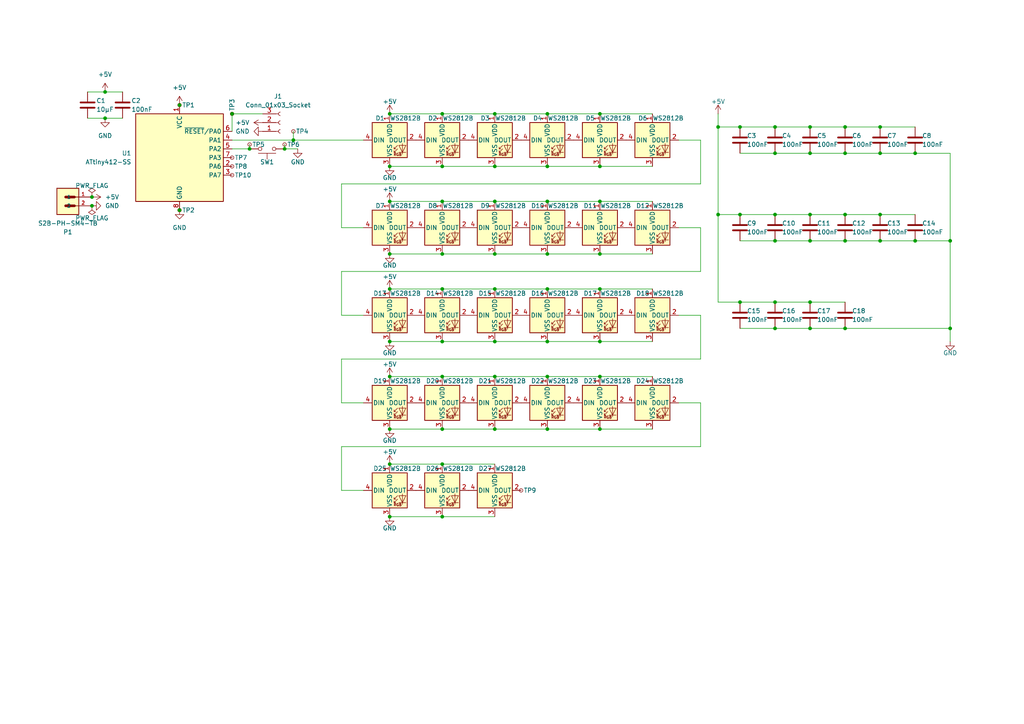
<source format=kicad_sch>
(kicad_sch (version 20231120) (generator "eeschema") (generator_version "8.0")
  (paper "A4")
  (lib_symbols
    (symbol "Connector:Conn_01x03_Socket" (pin_names (offset 1.016) hide)
      (property "Reference" "J" (at 0 5.08 0))
      (property "Value" "Conn_01x03_Socket" (at 0 -5.08 0))
      (symbol "Conn_01x03_Socket_1_1"
        (arc (start 0 -2.032) (mid -0.5058 -2.54) (end 0 -3.048) (stroke (width 0.1524)))
        (polyline (pts (xy -1.27 -2.54) (xy -0.508 -2.54)) (stroke (width 0.1524)))
        (polyline (pts (xy -1.27 0) (xy -0.508 0)) (stroke (width 0.1524)))
        (polyline (pts (xy -1.27 2.54) (xy -0.508 2.54)) (stroke (width 0.1524)))
        (arc (start 0 0.508) (mid -0.5058 0) (end 0 -0.508) (stroke (width 0.1524)))
        (arc (start 0 3.048) (mid -0.5058 2.54) (end 0 2.032) (stroke (width 0.1524)))
        (pin passive line (at -5.08 2.54 0) (length 3.81) (name "Pin_1") (number "1"))
        (pin passive line (at -5.08 0 0) (length 3.81) (name "Pin_2") (number "2"))
        (pin passive line (at -5.08 -2.54 0) (length 3.81) (name "Pin_3") (number "3"))
      )
    )
    (symbol "Connector:TestPoint_Small" (pin_numbers hide) (pin_names (offset 0.762) hide)
      (property "Reference" "TP" (at 0 3.81 0))
      (property "Value" "TestPoint_Small" (at 0 2.032 0))
      (symbol "TestPoint_Small_0_1"
        (circle (center 0 0) (radius 0.508))
      )
      (symbol "TestPoint_Small_1_1"
        (pin passive line (at 0 0 90) (length 0) (name "1") (number "1"))
      )
    )
    (symbol "Device:C" (pin_numbers hide) (pin_names (offset 0.254))
      (property "Reference" "C" (at 0.635 2.54 0))
      (property "Value" "C" (at 0.635 -2.54 0))
      (symbol "C_0_1"
        (polyline (pts (xy -2.032 -0.762) (xy 2.032 -0.762)) (stroke (width 0.508)))
        (polyline (pts (xy -2.032 0.762) (xy 2.032 0.762)) (stroke (width 0.508)))
      )
      (symbol "C_1_1"
        (pin passive line (at 0 3.81 270) (length 2.794) (name "~") (number "1"))
        (pin passive line (at 0 -3.81 90) (length 2.794) (name "~") (number "2"))
      )
    )
    (symbol "LED:WS2812B" (pin_names (offset 0.254))
      (property "Reference" "D" (at 5.08 5.715 0))
      (property "Value" "WS2812B" (at 1.27 -5.715 0))
      (symbol "WS2812B_0_0"
        (text "RGB" (at 2.286 -4.191 0) (effects (font (size 0.762 0.762))))
      )
      (symbol "WS2812B_0_1"
        (polyline (pts (xy 1.27 -3.556) (xy 1.778 -3.556)))
        (polyline (pts (xy 1.27 -2.54) (xy 1.778 -2.54)))
        (polyline (pts (xy 4.699 -3.556) (xy 2.667 -3.556)))
        (polyline (pts (xy 2.286 -2.54) (xy 1.27 -3.556) (xy 1.27 -3.048)))
        (polyline (pts (xy 2.286 -1.524) (xy 1.27 -2.54) (xy 1.27 -2.032)))
        (polyline (pts (xy 3.683 -1.016) (xy 3.683 -3.556) (xy 3.683 -4.064)))
        (polyline (pts (xy 4.699 -1.524) (xy 2.667 -1.524) (xy 3.683 -3.556) (xy 4.699 -1.524)))
        (rectangle (start 5.08 5.08) (end -5.08 -5.08) (stroke (width 0.254)) (fill (type background)))
      )
      (symbol "WS2812B_1_1"
        (pin power_in line (at 0 7.62 270) (length 2.54) (name "VDD") (number "1"))
        (pin output line (at 7.62 0 180) (length 2.54) (name "DOUT") (number "2"))
        (pin power_in line (at 0 -7.62 90) (length 2.54) (name "VSS") (number "3"))
        (pin input line (at -7.62 0 0) (length 2.54) (name "DIN") (number "4"))
      )
    )
    (symbol "MCU_Microchip_ATtiny:ATtiny412-SS"
      (property "Reference" "U" (at -12.7 13.97 0))
      (property "Value" "ATtiny412-SS" (at 2.54 -13.97 0))
      (symbol "ATtiny412-SS_0_1"
        (rectangle (start -12.7 -12.7) (end 12.7 12.7) (stroke (width 0.254)) (fill (type background)))
      )
      (symbol "ATtiny412-SS_1_1"
        (pin power_in line (at 0 15.24 270) (length 2.54) (name "VCC") (number "1"))
        (pin bidirectional line (at 15.24 -2.54 180) (length 2.54) (name "PA6") (number "2"))
        (pin bidirectional line (at 15.24 -5.08 180) (length 2.54) (name "PA7") (number "3"))
        (pin bidirectional line (at 15.24 5.08 180) (length 2.54) (name "PA1") (number "4"))
        (pin bidirectional line (at 15.24 2.54 180) (length 2.54) (name "PA2") (number "5"))
        (pin bidirectional line (at 15.24 7.62 180) (length 2.54) (name "~{RESET}/PA0") (number "6"))
        (pin bidirectional line (at 15.24 0 180) (length 2.54) (name "PA3") (number "7"))
        (pin power_in line (at 0 -15.24 90) (length 2.54) (name "GND") (number "8"))
      )
    )
    (symbol "S2B-PH-SM4-TB:S2B-PH-SM4-TB" (pin_names (offset 1.016))
      (property "Reference" "P" (at -1.2718 3.8155 0))
      (property "Value" "S2B-PH-SM4-TB" (at -1.271 -5.0839 0))
      (symbol "S2B-PH-SM4-TB_0_0"
        (rectangle (start -1.27 -3.81) (end 5.08 3.81) (stroke (width 0.254)) (fill (type background)))
        (polyline (pts (xy 0 -1.27) (xy 2.54 -1.27)) (stroke (width 0.762)))
        (polyline (pts (xy 0 1.27) (xy 2.54 1.27)) (stroke (width 0.762)))
        (pin passive line (at -5.08 1.27 0) (length 5.08) (name "1") (number "1"))
        (pin passive line (at -5.08 -1.27 0) (length 5.08) (name "2") (number "2"))
      )
    )
    (symbol "Switch:SW_Push" (pin_numbers hide) (pin_names (offset 1.016) hide)
      (property "Reference" "SW" (at 1.27 2.54 0))
      (property "Value" "SW_Push" (at 0 -1.524 0))
      (symbol "SW_Push_0_1"
        (circle (center -2.032 0) (radius 0.508))
        (polyline (pts (xy 0 1.27) (xy 0 3.048)))
        (polyline (pts (xy 2.54 1.27) (xy -2.54 1.27)))
        (circle (center 2.032 0) (radius 0.508))
        (pin passive line (at -5.08 0 0) (length 2.54) (name "1") (number "1"))
        (pin passive line (at 5.08 0 180) (length 2.54) (name "2") (number "2"))
      )
    )
    (symbol "power:+5V" (power) (pin_numbers hide) (pin_names (offset 0) hide)
      (property "Value" "+5V" (at 0 3.556 0))
      (symbol "+5V_0_1"
        (polyline (pts (xy -0.762 1.27) (xy 0 2.54)))
        (polyline (pts (xy 0 0) (xy 0 2.54)))
        (polyline (pts (xy 0 2.54) (xy 0.762 1.27)))
      )
      (symbol "+5V_1_1"
        (pin power_in line (at 0 0 90) (length 0) (name "~") (number "1"))
      )
    )
    (symbol "power:GND" (power) (pin_numbers hide) (pin_names (offset 0) hide)
      (property "Value" "GND" (at 0 -3.81 0))
      (symbol "GND_0_1"
        (polyline (pts (xy 0 0) (xy 0 -1.27) (xy 1.27 -1.27) (xy 0 -2.54) (xy -1.27 -1.27) (xy 0 -1.27)))
      )
      (symbol "GND_1_1"
        (pin power_in line (at 0 0 270) (length 0) (name "~") (number "1"))
      )
    )
    (symbol "power:PWR_FLAG" (power) (pin_numbers hide) (pin_names (offset 0) hide)
      (property "Value" "PWR_FLAG" (at 0 3.81 0))
      (symbol "PWR_FLAG_0_0"
        (pin power_out line (at 0 0 90) (length 0) (name "~") (number "1"))
      )
      (symbol "PWR_FLAG_0_1"
        (polyline (pts (xy 0 0) (xy 0 1.27) (xy -1.016 1.905) (xy 0 2.54) (xy 1.016 1.905) (xy 0 1.27)))
      )
    )
  )
  (junction (at 52.07 30.48))
  (junction (at 82.55 43.18))
  (junction (at 158.75 33.02))
  (junction (at 128.27 83.82))
  (junction (at 275.59 95.25))
  (junction (at 143.51 124.46))
  (junction (at 158.75 73.66))
  (junction (at 255.27 62.23))
  (junction (at 265.43 44.45))
  (junction (at 128.27 58.42))
  (junction (at 128.27 149.86))
  (junction (at 208.28 36.83))
  (junction (at 128.27 99.06))
  (junction (at 173.99 58.42))
  (junction (at 143.51 83.82))
  (junction (at 143.51 48.26))
  (junction (at 173.99 33.02))
  (junction (at 255.27 36.83))
  (junction (at 128.27 134.62))
  (junction (at 234.95 87.63))
  (junction (at 143.51 33.02))
  (junction (at 113.03 109.22))
  (junction (at 143.51 109.22))
  (junction (at 173.99 83.82))
  (junction (at 113.03 33.02))
  (junction (at 30.48 26.67))
  (junction (at 214.63 87.63))
  (junction (at 224.79 69.85))
  (junction (at 224.79 36.83))
  (junction (at 113.03 149.86))
  (junction (at 234.95 69.85))
  (junction (at 224.79 95.25))
  (junction (at 26.67 57.15))
  (junction (at 26.67 59.69))
  (junction (at 128.27 124.46))
  (junction (at 255.27 44.45))
  (junction (at 214.63 62.23))
  (junction (at 234.95 36.83))
  (junction (at 224.79 87.63))
  (junction (at 224.79 44.45))
  (junction (at 275.59 69.85))
  (junction (at 173.99 109.22))
  (junction (at 85.09 40.64))
  (junction (at 173.99 99.06))
  (junction (at 173.99 73.66))
  (junction (at 113.03 58.42))
  (junction (at 143.51 99.06))
  (junction (at 158.75 99.06))
  (junction (at 158.75 124.46))
  (junction (at 265.43 69.85))
  (junction (at 245.11 95.25))
  (junction (at 173.99 48.26))
  (junction (at 173.99 124.46))
  (junction (at 113.03 124.46))
  (junction (at 128.27 33.02))
  (junction (at 30.48 34.29))
  (junction (at 158.75 58.42))
  (junction (at 234.95 95.25))
  (junction (at 234.95 44.45))
  (junction (at 67.31 33.02))
  (junction (at 128.27 73.66))
  (junction (at 128.27 48.26))
  (junction (at 158.75 109.22))
  (junction (at 113.03 99.06))
  (junction (at 143.51 73.66))
  (junction (at 245.11 62.23))
  (junction (at 113.03 73.66))
  (junction (at 113.03 83.82))
  (junction (at 245.11 36.83))
  (junction (at 113.03 48.26))
  (junction (at 72.39 43.18))
  (junction (at 158.75 48.26))
  (junction (at 208.28 62.23))
  (junction (at 128.27 109.22))
  (junction (at 158.75 83.82))
  (junction (at 52.07 60.96))
  (junction (at 113.03 134.62))
  (junction (at 245.11 44.45))
  (junction (at 143.51 58.42))
  (junction (at 234.95 62.23))
  (junction (at 214.63 36.83))
  (junction (at 224.79 62.23))
  (junction (at 245.11 69.85))
  (junction (at 255.27 69.85))
  (wire (pts (xy 158.75 99.06) (xy 173.99 99.06)))
  (wire (pts (xy 143.51 33.02) (xy 158.75 33.02)))
  (wire (pts (xy 173.99 33.02) (xy 189.23 33.02)))
  (wire (pts (xy 67.31 33.02) (xy 67.31 38.1)))
  (wire (pts (xy 196.85 116.84) (xy 203.2 116.84)))
  (wire (pts (xy 234.95 36.83) (xy 245.11 36.83)))
  (wire (pts (xy 128.27 99.06) (xy 143.51 99.06)))
  (wire (pts (xy 255.27 62.23) (xy 265.43 62.23)))
  (wire (pts (xy 67.31 40.64) (xy 85.09 40.64)))
  (wire (pts (xy 224.79 36.83) (xy 234.95 36.83)))
  (wire (pts (xy 234.95 44.45) (xy 245.11 44.45)))
  (wire (pts (xy 245.11 36.83) (xy 255.27 36.83)))
  (wire (pts (xy 158.75 83.82) (xy 173.99 83.82)))
  (wire (pts (xy 214.63 69.85) (xy 224.79 69.85)))
  (wire (pts (xy 30.48 26.67) (xy 35.56 26.67)))
  (wire (pts (xy 208.28 36.83) (xy 214.63 36.83)))
  (wire (pts (xy 224.79 44.45) (xy 234.95 44.45)))
  (wire (pts (xy 196.85 91.44) (xy 203.2 91.44)))
  (wire (pts (xy 245.11 69.85) (xy 255.27 69.85)))
  (wire (pts (xy 99.06 104.14) (xy 203.2 104.14)))
  (wire (pts (xy 113.03 73.66) (xy 128.27 73.66)))
  (wire (pts (xy 99.06 53.34) (xy 99.06 66.04)))
  (wire (pts (xy 128.27 149.86) (xy 143.51 149.86)))
  (wire (pts (xy 224.79 87.63) (xy 234.95 87.63)))
  (wire (pts (xy 275.59 44.45) (xy 275.59 69.85)))
  (wire (pts (xy 143.51 83.82) (xy 158.75 83.82)))
  (wire (pts (xy 99.06 91.44) (xy 105.41 91.44)))
  (wire (pts (xy 113.03 149.86) (xy 128.27 149.86)))
  (wire (pts (xy 158.75 48.26) (xy 173.99 48.26)))
  (wire (pts (xy 99.06 129.54) (xy 99.06 142.24)))
  (wire (pts (xy 113.03 48.26) (xy 128.27 48.26)))
  (wire (pts (xy 214.63 87.63) (xy 224.79 87.63)))
  (wire (pts (xy 203.2 40.64) (xy 203.2 53.34)))
  (wire (pts (xy 214.63 62.23) (xy 224.79 62.23)))
  (wire (pts (xy 25.4 34.29) (xy 30.48 34.29)))
  (wire (pts (xy 173.99 109.22) (xy 189.23 109.22)))
  (wire (pts (xy 173.99 83.82) (xy 189.23 83.82)))
  (wire (pts (xy 224.79 62.23) (xy 234.95 62.23)))
  (wire (pts (xy 255.27 36.83) (xy 265.43 36.83)))
  (wire (pts (xy 196.85 40.64) (xy 203.2 40.64)))
  (wire (pts (xy 214.63 44.45) (xy 224.79 44.45)))
  (wire (pts (xy 208.28 62.23) (xy 214.63 62.23)))
  (wire (pts (xy 99.06 78.74) (xy 99.06 91.44)))
  (wire (pts (xy 208.28 87.63) (xy 208.28 62.23)))
  (wire (pts (xy 245.11 62.23) (xy 255.27 62.23)))
  (wire (pts (xy 99.06 104.14) (xy 99.06 116.84)))
  (wire (pts (xy 214.63 95.25) (xy 224.79 95.25)))
  (wire (pts (xy 203.2 116.84) (xy 203.2 129.54)))
  (wire (pts (xy 113.03 99.06) (xy 128.27 99.06)))
  (wire (pts (xy 224.79 95.25) (xy 234.95 95.25)))
  (wire (pts (xy 208.28 87.63) (xy 214.63 87.63)))
  (wire (pts (xy 113.03 124.46) (xy 128.27 124.46)))
  (wire (pts (xy 99.06 142.24) (xy 105.41 142.24)))
  (wire (pts (xy 203.2 66.04) (xy 203.2 78.74)))
  (wire (pts (xy 158.75 124.46) (xy 173.99 124.46)))
  (wire (pts (xy 113.03 134.62) (xy 128.27 134.62)))
  (wire (pts (xy 25.4 26.67) (xy 30.48 26.67)))
  (wire (pts (xy 143.51 58.42) (xy 158.75 58.42)))
  (wire (pts (xy 173.99 58.42) (xy 189.23 58.42)))
  (wire (pts (xy 99.06 66.04) (xy 105.41 66.04)))
  (wire (pts (xy 265.43 44.45) (xy 275.59 44.45)))
  (wire (pts (xy 158.75 73.66) (xy 173.99 73.66)))
  (wire (pts (xy 173.99 48.26) (xy 189.23 48.26)))
  (wire (pts (xy 158.75 58.42) (xy 173.99 58.42)))
  (wire (pts (xy 214.63 36.83) (xy 224.79 36.83)))
  (wire (pts (xy 113.03 109.22) (xy 128.27 109.22)))
  (wire (pts (xy 113.03 83.82) (xy 128.27 83.82)))
  (wire (pts (xy 173.99 73.66) (xy 189.23 73.66)))
  (wire (pts (xy 173.99 124.46) (xy 189.23 124.46)))
  (wire (pts (xy 143.51 99.06) (xy 158.75 99.06)))
  (wire (pts (xy 86.36 43.18) (xy 82.55 43.18)))
  (wire (pts (xy 275.59 95.25) (xy 275.59 99.06)))
  (wire (pts (xy 85.09 38.1) (xy 85.09 40.64)))
  (wire (pts (xy 82.55 41.91) (xy 82.55 43.18)))
  (wire (pts (xy 128.27 33.02) (xy 143.51 33.02)))
  (wire (pts (xy 255.27 44.45) (xy 265.43 44.45)))
  (wire (pts (xy 99.06 129.54) (xy 203.2 129.54)))
  (wire (pts (xy 76.2 33.02) (xy 67.31 33.02)))
  (wire (pts (xy 158.75 109.22) (xy 173.99 109.22)))
  (wire (pts (xy 128.27 58.42) (xy 143.51 58.42)))
  (wire (pts (xy 143.51 73.66) (xy 158.75 73.66)))
  (wire (pts (xy 196.85 66.04) (xy 203.2 66.04)))
  (wire (pts (xy 208.28 62.23) (xy 208.28 36.83)))
  (wire (pts (xy 234.95 95.25) (xy 245.11 95.25)))
  (wire (pts (xy 143.51 48.26) (xy 158.75 48.26)))
  (wire (pts (xy 128.27 124.46) (xy 143.51 124.46)))
  (wire (pts (xy 173.99 99.06) (xy 189.23 99.06)))
  (wire (pts (xy 275.59 69.85) (xy 275.59 95.25)))
  (wire (pts (xy 128.27 83.82) (xy 143.51 83.82)))
  (wire (pts (xy 143.51 109.22) (xy 158.75 109.22)))
  (wire (pts (xy 143.51 124.46) (xy 158.75 124.46)))
  (wire (pts (xy 208.28 36.83) (xy 208.28 33.02)))
  (wire (pts (xy 85.09 40.64) (xy 105.41 40.64)))
  (wire (pts (xy 72.39 41.91) (xy 72.39 43.18)))
  (wire (pts (xy 113.03 33.02) (xy 128.27 33.02)))
  (wire (pts (xy 234.95 87.63) (xy 245.11 87.63)))
  (wire (pts (xy 245.11 44.45) (xy 255.27 44.45)))
  (wire (pts (xy 203.2 53.34) (xy 99.06 53.34)))
  (wire (pts (xy 203.2 91.44) (xy 203.2 104.14)))
  (wire (pts (xy 128.27 48.26) (xy 143.51 48.26)))
  (wire (pts (xy 245.11 95.25) (xy 275.59 95.25)))
  (wire (pts (xy 72.39 43.18) (xy 67.31 43.18)))
  (wire (pts (xy 128.27 109.22) (xy 143.51 109.22)))
  (wire (pts (xy 99.06 116.84) (xy 105.41 116.84)))
  (wire (pts (xy 255.27 69.85) (xy 265.43 69.85)))
  (wire (pts (xy 224.79 69.85) (xy 234.95 69.85)))
  (wire (pts (xy 203.2 78.74) (xy 99.06 78.74)))
  (wire (pts (xy 234.95 69.85) (xy 245.11 69.85)))
  (wire (pts (xy 30.48 34.29) (xy 35.56 34.29)))
  (wire (pts (xy 128.27 134.62) (xy 143.51 134.62)))
  (wire (pts (xy 265.43 69.85) (xy 275.59 69.85)))
  (wire (pts (xy 113.03 58.42) (xy 128.27 58.42)))
  (wire (pts (xy 234.95 62.23) (xy 245.11 62.23)))
  (wire (pts (xy 158.75 33.02) (xy 173.99 33.02)))
  (wire (pts (xy 128.27 73.66) (xy 143.51 73.66)))
  (symbol (lib_id "S2B-PH-SM4-TB:S2B-PH-SM4-TB") (at 21.59 58.42 0) (mirror y) (unit 1)
    (property "Reference" "P1" (at 19.685 67.31 0))
    (property "Value" "S2B-PH-SM4-TB" (at 19.685 64.77 0))
    (property "Footprint" "S2B_PH_SM4_TB:JST_S2B-PH-SM4-TB" (effects (hide yes)))
    (property "MANUFACTURER" "JST" (effects (hide yes)))
  )
  (symbol (lib_id "Switch:SW_Push") (at 77.47 43.18 0) (mirror x) (unit 1)
    (property "Reference" "SW1" (at 77.47 46.99 0))
    (property "Value" "SW_Push" (effects (hide yes)))
    (property "Footprint" "Button_Switch_SMD:SW_SPST_EVQP2" (effects (hide yes)))
    (property "Description" "Push button switch, generic, two pins" (effects (hide yes)))
  )
  (symbol (lib_id "Connector:TestPoint_Small") (at 67.31 33.02 90) (unit 1)
    (property "Reference" "TP3" (at 67.31 32.258 0) (effects (justify left)))
    (property "Value" "TestPoint_Small" (effects (hide yes)))
    (property "Footprint" "TestPoint:TestPoint_Pad_D2.0mm" (effects (hide yes)))
    (property "Description" "test point" (effects (hide yes)))
  )
  (symbol (lib_id "LED:WS2812B") (at 158.75 66.04 0) (unit 1)
    (property "Reference" "D10" (at 155.956 59.69 0))
    (property "Value" "WS2812B" (at 163.322 59.69 0))
    (property "Footprint" "S2B_PH_SM4_TB:LED_WS2812B_PLCC4_5.0x5.0mm_P3.2mm" (effects (hide yes)))
    (property "Datasheet" "https://cdn-shop.adafruit.com/datasheets/WS2812B.pdf" (effects (hide yes)))
    (property "Description" "RGB LED with integrated controller" (effects (hide yes)))
  )
  (symbol (lib_id "power:+5V") (at 208.28 33.02 0) (unit 1)
    (property "Reference" "#PWR04" (effects (hide yes)))
    (property "Value" "+5V" (at 208.28 29.464 0))
    (property "Description" "Power symbol creates a global label with name \"+5V\"" (effects (hide yes)))
  )
  (symbol (lib_id "Device:C") (at 255.27 40.64 0) (unit 1)
    (property "Reference" "C7" (at 257.302 39.37 0) (effects (justify left)))
    (property "Value" "100nF" (at 257.302 41.91 0) (effects (justify left)))
    (property "Footprint" "Capacitor_SMD:C_0603_1608Metric" (effects (hide yes)))
    (property "Description" "Unpolarized capacitor" (effects (hide yes)))
  )
  (symbol (lib_id "LED:WS2812B") (at 113.03 91.44 0) (unit 1)
    (property "Reference" "D13" (at 110.236 85.09 0))
    (property "Value" "WS2812B" (at 117.602 85.09 0))
    (property "Footprint" "S2B_PH_SM4_TB:LED_WS2812B_PLCC4_5.0x5.0mm_P3.2mm" (effects (hide yes)))
    (property "Datasheet" "https://cdn-shop.adafruit.com/datasheets/WS2812B.pdf" (effects (hide yes)))
    (property "Description" "RGB LED with integrated controller" (effects (hide yes)))
  )
  (symbol (lib_id "power:GND") (at 30.48 34.29 0) (unit 1)
    (property "Reference" "#PWR05" (effects (hide yes)))
    (property "Value" "GND" (at 30.48 39.37 0))
    (property "Description" "Power symbol creates a global label with name \"GND\" , ground" (effects (hide yes)))
  )
  (symbol (lib_id "LED:WS2812B") (at 143.51 116.84 0) (unit 1)
    (property "Reference" "D21" (at 140.716 110.49 0))
    (property "Value" "WS2812B" (at 148.082 110.49 0))
    (property "Footprint" "S2B_PH_SM4_TB:LED_WS2812B_PLCC4_5.0x5.0mm_P3.2mm" (effects (hide yes)))
    (property "Datasheet" "https://cdn-shop.adafruit.com/datasheets/WS2812B.pdf" (effects (hide yes)))
    (property "Description" "RGB LED with integrated controller" (effects (hide yes)))
  )
  (symbol (lib_id "power:+5V") (at 26.67 57.15 270) (unit 1)
    (property "Reference" "#PWR021" (effects (hide yes)))
    (property "Value" "+5V" (at 30.48 57.1499 90) (effects (justify left)))
    (property "Description" "Power symbol creates a global label with name \"+5V\"" (effects (hide yes)))
  )
  (symbol (lib_id "Device:C") (at 214.63 40.64 0) (unit 1)
    (property "Reference" "C3" (at 216.662 39.37 0) (effects (justify left)))
    (property "Value" "100nF" (at 216.662 41.91 0) (effects (justify left)))
    (property "Footprint" "Capacitor_SMD:C_0603_1608Metric" (effects (hide yes)))
    (property "Description" "Unpolarized capacitor" (effects (hide yes)))
  )
  (symbol (lib_id "Connector:TestPoint_Small") (at 67.31 45.72 0) (unit 1)
    (property "Reference" "TP7" (at 68.072 45.72 0) (effects (justify left)))
    (property "Value" "TestPoint_Small" (effects (hide yes)))
    (property "Footprint" "TestPoint:TestPoint_Pad_D2.0mm" (effects (hide yes)))
    (property "Description" "test point" (effects (hide yes)))
  )
  (symbol (lib_id "power:+5V") (at 113.03 134.62 0) (unit 1)
    (property "Reference" "#PWR015" (effects (hide yes)))
    (property "Value" "+5V" (at 113.03 131.064 0))
    (property "Description" "Power symbol creates a global label with name \"+5V\"" (effects (hide yes)))
  )
  (symbol (lib_id "power:GND") (at 113.03 124.46 0) (unit 1)
    (property "Reference" "#PWR014" (effects (hide yes)))
    (property "Value" "GND" (at 113.03 127.762 0))
    (property "Description" "Power symbol creates a global label with name \"GND\" , ground" (effects (hide yes)))
  )
  (symbol (lib_id "LED:WS2812B") (at 173.99 66.04 0) (unit 1)
    (property "Reference" "D11" (at 171.196 59.69 0))
    (property "Value" "WS2812B" (at 178.562 59.69 0))
    (property "Footprint" "S2B_PH_SM4_TB:LED_WS2812B_PLCC4_5.0x5.0mm_P3.2mm" (effects (hide yes)))
    (property "Datasheet" "https://cdn-shop.adafruit.com/datasheets/WS2812B.pdf" (effects (hide yes)))
    (property "Description" "RGB LED with integrated controller" (effects (hide yes)))
  )
  (symbol (lib_id "Device:C") (at 265.43 40.64 0) (unit 1)
    (property "Reference" "C8" (at 267.462 39.37 0) (effects (justify left)))
    (property "Value" "100nF" (at 267.462 41.91 0) (effects (justify left)))
    (property "Footprint" "Capacitor_SMD:C_0603_1608Metric" (effects (hide yes)))
    (property "Description" "Unpolarized capacitor" (effects (hide yes)))
  )
  (symbol (lib_id "power:GND") (at 113.03 149.86 0) (unit 1)
    (property "Reference" "#PWR017" (effects (hide yes)))
    (property "Value" "GND" (at 113.03 153.162 0))
    (property "Description" "Power symbol creates a global label with name \"GND\" , ground" (effects (hide yes)))
  )
  (symbol (lib_id "Connector:Conn_01x03_Socket") (at 81.28 35.56 0) (mirror x) (unit 1)
    (property "Reference" "J1" (at 80.645 27.94 0))
    (property "Value" "Conn_01x03_Socket" (at 80.645 30.48 0))
    (property "Footprint" "BG300_03_A_L_A:GCT_BG300-03-X-X-A_REVC" (effects (hide yes)))
    (property "Description" "Generic connector, single row, 01x03, script generated" (effects (hide yes)))
  )
  (symbol (lib_id "Device:C") (at 214.63 91.44 0) (unit 1)
    (property "Reference" "C15" (at 216.662 90.17 0) (effects (justify left)))
    (property "Value" "100nF" (at 216.662 92.71 0) (effects (justify left)))
    (property "Footprint" "Capacitor_SMD:C_0603_1608Metric" (effects (hide yes)))
    (property "Description" "Unpolarized capacitor" (effects (hide yes)))
  )
  (symbol (lib_id "LED:WS2812B") (at 143.51 142.24 0) (unit 1)
    (property "Reference" "D27" (at 140.716 135.89 0))
    (property "Value" "WS2812B" (at 148.082 135.89 0))
    (property "Footprint" "S2B_PH_SM4_TB:LED_WS2812B_PLCC4_5.0x5.0mm_P3.2mm" (effects (hide yes)))
    (property "Datasheet" "https://cdn-shop.adafruit.com/datasheets/WS2812B.pdf" (effects (hide yes)))
    (property "Description" "RGB LED with integrated controller" (effects (hide yes)))
  )
  (symbol (lib_id "Device:C") (at 234.95 40.64 0) (unit 1)
    (property "Reference" "C5" (at 236.982 39.37 0) (effects (justify left)))
    (property "Value" "100nF" (at 236.982 41.91 0) (effects (justify left)))
    (property "Footprint" "Capacitor_SMD:C_0603_1608Metric" (effects (hide yes)))
    (property "Description" "Unpolarized capacitor" (effects (hide yes)))
  )
  (symbol (lib_id "LED:WS2812B") (at 189.23 91.44 0) (unit 1)
    (property "Reference" "D18" (at 186.436 85.09 0))
    (property "Value" "WS2812B" (at 193.802 85.09 0))
    (property "Footprint" "S2B_PH_SM4_TB:LED_WS2812B_PLCC4_5.0x5.0mm_P3.2mm" (effects (hide yes)))
    (property "Datasheet" "https://cdn-shop.adafruit.com/datasheets/WS2812B.pdf" (effects (hide yes)))
    (property "Description" "RGB LED with integrated controller" (effects (hide yes)))
  )
  (symbol (lib_id "Device:C") (at 224.79 91.44 0) (unit 1)
    (property "Reference" "C16" (at 226.822 90.17 0) (effects (justify left)))
    (property "Value" "100nF" (at 226.822 92.71 0) (effects (justify left)))
    (property "Footprint" "Capacitor_SMD:C_0603_1608Metric" (effects (hide yes)))
    (property "Description" "Unpolarized capacitor" (effects (hide yes)))
  )
  (symbol (lib_id "Device:C") (at 224.79 66.04 0) (unit 1)
    (property "Reference" "C10" (at 226.822 64.77 0) (effects (justify left)))
    (property "Value" "100nF" (at 226.822 67.31 0) (effects (justify left)))
    (property "Footprint" "Capacitor_SMD:C_0603_1608Metric" (effects (hide yes)))
    (property "Description" "Unpolarized capacitor" (effects (hide yes)))
  )
  (symbol (lib_id "LED:WS2812B") (at 143.51 66.04 0) (unit 1)
    (property "Reference" "D9" (at 140.716 59.69 0))
    (property "Value" "WS2812B" (at 148.082 59.69 0))
    (property "Footprint" "S2B_PH_SM4_TB:LED_WS2812B_PLCC4_5.0x5.0mm_P3.2mm" (effects (hide yes)))
    (property "Datasheet" "https://cdn-shop.adafruit.com/datasheets/WS2812B.pdf" (effects (hide yes)))
    (property "Description" "RGB LED with integrated controller" (effects (hide yes)))
  )
  (symbol (lib_id "LED:WS2812B") (at 189.23 116.84 0) (unit 1)
    (property "Reference" "D24" (at 186.436 110.49 0))
    (property "Value" "WS2812B" (at 193.802 110.49 0))
    (property "Footprint" "S2B_PH_SM4_TB:LED_WS2812B_PLCC4_5.0x5.0mm_P3.2mm" (effects (hide yes)))
    (property "Datasheet" "https://cdn-shop.adafruit.com/datasheets/WS2812B.pdf" (effects (hide yes)))
    (property "Description" "RGB LED with integrated controller" (effects (hide yes)))
  )
  (symbol (lib_id "Device:C") (at 234.95 91.44 0) (unit 1)
    (property "Reference" "C17" (at 236.982 90.17 0) (effects (justify left)))
    (property "Value" "100nF" (at 236.982 92.71 0) (effects (justify left)))
    (property "Footprint" "Capacitor_SMD:C_0603_1608Metric" (effects (hide yes)))
    (property "Description" "Unpolarized capacitor" (effects (hide yes)))
  )
  (symbol (lib_id "LED:WS2812B") (at 128.27 91.44 0) (unit 1)
    (property "Reference" "D14" (at 125.476 85.09 0))
    (property "Value" "WS2812B" (at 132.842 85.09 0))
    (property "Footprint" "S2B_PH_SM4_TB:LED_WS2812B_PLCC4_5.0x5.0mm_P3.2mm" (effects (hide yes)))
    (property "Datasheet" "https://cdn-shop.adafruit.com/datasheets/WS2812B.pdf" (effects (hide yes)))
    (property "Description" "RGB LED with integrated controller" (effects (hide yes)))
  )
  (symbol (lib_id "power:PWR_FLAG") (at 26.67 57.15 0) (unit 1)
    (property "Reference" "#FLG01" (effects (hide yes)))
    (property "Value" "PWR_FLAG" (at 26.67 53.848 0))
    (property "Description" "Special symbol for telling ERC where power comes from" (effects (hide yes)))
  )
  (symbol (lib_id "Device:C") (at 25.4 30.48 0) (unit 1)
    (property "Reference" "C1" (at 27.94 29.21 0) (effects (justify left)))
    (property "Value" "10µF" (at 27.94 31.75 0) (effects (justify left)))
    (property "Footprint" "Capacitor_SMD:C_0603_1608Metric" (effects (hide yes)))
    (property "Description" "Unpolarized capacitor" (effects (hide yes)))
  )
  (symbol (lib_id "power:GND") (at 86.36 43.18 0) (unit 1)
    (property "Reference" "#PWR06" (effects (hide yes)))
    (property "Value" "GND" (at 86.36 46.99 0))
    (property "Description" "Power symbol creates a global label with name \"GND\" , ground" (effects (hide yes)))
  )
  (symbol (lib_id "LED:WS2812B") (at 113.03 66.04 0) (unit 1)
    (property "Reference" "D7" (at 110.236 59.69 0))
    (property "Value" "WS2812B" (at 117.602 59.69 0))
    (property "Footprint" "S2B_PH_SM4_TB:LED_WS2812B_PLCC4_5.0x5.0mm_P3.2mm" (effects (hide yes)))
    (property "Datasheet" "https://cdn-shop.adafruit.com/datasheets/WS2812B.pdf" (effects (hide yes)))
    (property "Description" "RGB LED with integrated controller" (effects (hide yes)))
  )
  (symbol (lib_id "Device:C") (at 35.56 30.48 0) (unit 1)
    (property "Reference" "C2" (at 38.1 29.21 0) (effects (justify left)))
    (property "Value" "100nF" (at 38.1 31.75 0) (effects (justify left)))
    (property "Footprint" "Capacitor_SMD:C_0603_1608Metric" (effects (hide yes)))
    (property "Description" "Unpolarized capacitor" (effects (hide yes)))
  )
  (symbol (lib_id "power:+5V") (at 113.03 109.22 0) (unit 1)
    (property "Reference" "#PWR013" (effects (hide yes)))
    (property "Value" "+5V" (at 113.03 105.664 0))
    (property "Description" "Power symbol creates a global label with name \"+5V\"" (effects (hide yes)))
  )
  (symbol (lib_id "LED:WS2812B") (at 113.03 116.84 0) (unit 1)
    (property "Reference" "D19" (at 110.236 110.49 0))
    (property "Value" "WS2812B" (at 117.602 110.49 0))
    (property "Footprint" "S2B_PH_SM4_TB:LED_WS2812B_PLCC4_5.0x5.0mm_P3.2mm" (effects (hide yes)))
    (property "Datasheet" "https://cdn-shop.adafruit.com/datasheets/WS2812B.pdf" (effects (hide yes)))
    (property "Description" "RGB LED with integrated controller" (effects (hide yes)))
  )
  (symbol (lib_id "Device:C") (at 245.11 66.04 0) (unit 1)
    (property "Reference" "C12" (at 247.142 64.77 0) (effects (justify left)))
    (property "Value" "100nF" (at 247.142 67.31 0) (effects (justify left)))
    (property "Footprint" "Capacitor_SMD:C_0603_1608Metric" (effects (hide yes)))
    (property "Description" "Unpolarized capacitor" (effects (hide yes)))
  )
  (symbol (lib_id "power:GND") (at 113.03 99.06 0) (unit 1)
    (property "Reference" "#PWR012" (effects (hide yes)))
    (property "Value" "GND" (at 113.03 102.362 0))
    (property "Description" "Power symbol creates a global label with name \"GND\" , ground" (effects (hide yes)))
  )
  (symbol (lib_id "Device:C") (at 255.27 66.04 0) (unit 1)
    (property "Reference" "C13" (at 257.302 64.77 0) (effects (justify left)))
    (property "Value" "100nF" (at 257.302 67.31 0) (effects (justify left)))
    (property "Footprint" "Capacitor_SMD:C_0603_1608Metric" (effects (hide yes)))
    (property "Description" "Unpolarized capacitor" (effects (hide yes)))
  )
  (symbol (lib_id "LED:WS2812B") (at 128.27 116.84 0) (unit 1)
    (property "Reference" "D20" (at 125.476 110.49 0))
    (property "Value" "WS2812B" (at 132.842 110.49 0))
    (property "Footprint" "S2B_PH_SM4_TB:LED_WS2812B_PLCC4_5.0x5.0mm_P3.2mm" (effects (hide yes)))
    (property "Datasheet" "https://cdn-shop.adafruit.com/datasheets/WS2812B.pdf" (effects (hide yes)))
    (property "Description" "RGB LED with integrated controller" (effects (hide yes)))
  )
  (symbol (lib_id "Connector:TestPoint_Small") (at 52.07 30.48 0) (unit 1)
    (property "Reference" "TP1" (at 52.832 30.48 0) (effects (justify left)))
    (property "Value" "TestPoint_Small" (effects (hide yes)))
    (property "Footprint" "TestPoint:TestPoint_Pad_D2.0mm" (effects (hide yes)))
    (property "Description" "test point" (effects (hide yes)))
  )
  (symbol (lib_id "LED:WS2812B") (at 173.99 116.84 0) (unit 1)
    (property "Reference" "D23" (at 171.196 110.49 0))
    (property "Value" "WS2812B" (at 178.562 110.49 0))
    (property "Footprint" "S2B_PH_SM4_TB:LED_WS2812B_PLCC4_5.0x5.0mm_P3.2mm" (effects (hide yes)))
    (property "Datasheet" "https://cdn-shop.adafruit.com/datasheets/WS2812B.pdf" (effects (hide yes)))
    (property "Description" "RGB LED with integrated controller" (effects (hide yes)))
  )
  (symbol (lib_id "Device:C") (at 214.63 66.04 0) (unit 1)
    (property "Reference" "C9" (at 216.662 64.77 0) (effects (justify left)))
    (property "Value" "100nF" (at 216.662 67.31 0) (effects (justify left)))
    (property "Footprint" "Capacitor_SMD:C_0603_1608Metric" (effects (hide yes)))
    (property "Description" "Unpolarized capacitor" (effects (hide yes)))
  )
  (symbol (lib_id "Device:C") (at 265.43 66.04 0) (unit 1)
    (property "Reference" "C14" (at 267.462 64.77 0) (effects (justify left)))
    (property "Value" "100nF" (at 267.462 67.31 0) (effects (justify left)))
    (property "Footprint" "Capacitor_SMD:C_0603_1608Metric" (effects (hide yes)))
    (property "Description" "Unpolarized capacitor" (effects (hide yes)))
  )
  (symbol (lib_id "Device:C") (at 224.79 40.64 0) (unit 1)
    (property "Reference" "C4" (at 226.822 39.37 0) (effects (justify left)))
    (property "Value" "100nF" (at 226.822 41.91 0) (effects (justify left)))
    (property "Footprint" "Capacitor_SMD:C_0603_1608Metric" (effects (hide yes)))
    (property "Description" "Unpolarized capacitor" (effects (hide yes)))
  )
  (symbol (lib_id "Connector:TestPoint_Small") (at 151.13 142.24 0) (unit 1)
    (property "Reference" "TP9" (at 151.892 142.24 0) (effects (justify left)))
    (property "Value" "TestPoint_Small" (effects (hide yes)))
    (property "Footprint" "TestPoint:TestPoint_Pad_D2.0mm" (effects (hide yes)))
    (property "Description" "test point" (effects (hide yes)))
  )
  (symbol (lib_id "Device:C") (at 234.95 66.04 0) (unit 1)
    (property "Reference" "C11" (at 236.982 64.77 0) (effects (justify left)))
    (property "Value" "100nF" (at 236.982 67.31 0) (effects (justify left)))
    (property "Footprint" "Capacitor_SMD:C_0603_1608Metric" (effects (hide yes)))
    (property "Description" "Unpolarized capacitor" (effects (hide yes)))
  )
  (symbol (lib_id "LED:WS2812B") (at 173.99 91.44 0) (unit 1)
    (property "Reference" "D17" (at 171.196 85.09 0))
    (property "Value" "WS2812B" (at 178.562 85.09 0))
    (property "Footprint" "S2B_PH_SM4_TB:LED_WS2812B_PLCC4_5.0x5.0mm_P3.2mm" (effects (hide yes)))
    (property "Datasheet" "https://cdn-shop.adafruit.com/datasheets/WS2812B.pdf" (effects (hide yes)))
    (property "Description" "RGB LED with integrated controller" (effects (hide yes)))
  )
  (symbol (lib_id "LED:WS2812B") (at 189.23 66.04 0) (unit 1)
    (property "Reference" "D12" (at 186.436 59.69 0))
    (property "Value" "WS2812B" (at 193.802 59.69 0))
    (property "Footprint" "S2B_PH_SM4_TB:LED_WS2812B_PLCC4_5.0x5.0mm_P3.2mm" (effects (hide yes)))
    (property "Datasheet" "https://cdn-shop.adafruit.com/datasheets/WS2812B.pdf" (effects (hide yes)))
    (property "Description" "RGB LED with integrated controller" (effects (hide yes)))
  )
  (symbol (lib_id "power:PWR_FLAG") (at 26.67 59.69 0) (mirror x) (unit 1)
    (property "Reference" "#FLG02" (effects (hide yes)))
    (property "Value" "PWR_FLAG" (at 26.67 63.246 0))
    (property "Description" "Special symbol for telling ERC where power comes from" (effects (hide yes)))
  )
  (symbol (lib_id "LED:WS2812B") (at 128.27 40.64 0) (unit 1)
    (property "Reference" "D2" (at 125.476 34.29 0))
    (property "Value" "WS2812B" (at 132.842 34.29 0))
    (property "Footprint" "S2B_PH_SM4_TB:LED_WS2812B_PLCC4_5.0x5.0mm_P3.2mm" (effects (hide yes)))
    (property "Datasheet" "https://cdn-shop.adafruit.com/datasheets/WS2812B.pdf" (effects (hide yes)))
    (property "Description" "RGB LED with integrated controller" (effects (hide yes)))
  )
  (symbol (lib_id "power:+5V") (at 30.48 26.67 0) (unit 1)
    (property "Reference" "#PWR01" (effects (hide yes)))
    (property "Value" "+5V" (at 30.48 21.59 0))
    (property "Description" "Power symbol creates a global label with name \"+5V\"" (effects (hide yes)))
  )
  (symbol (lib_id "power:GND") (at 76.2 38.1 270) (unit 1)
    (property "Reference" "#PWR019" (effects (hide yes)))
    (property "Value" "GND" (at 72.39 38.0999 90) (effects (justify right)))
    (property "Description" "Power symbol creates a global label with name \"GND\" , ground" (effects (hide yes)))
  )
  (symbol (lib_id "power:GND") (at 26.67 59.69 90) (unit 1)
    (property "Reference" "#PWR020" (effects (hide yes)))
    (property "Value" "GND" (at 30.48 59.6899 90) (effects (justify right)))
    (property "Description" "Power symbol creates a global label with name \"GND\" , ground" (effects (hide yes)))
  )
  (symbol (lib_id "LED:WS2812B") (at 128.27 142.24 0) (unit 1)
    (property "Reference" "D26" (at 125.476 135.89 0))
    (property "Value" "WS2812B" (at 132.842 135.89 0))
    (property "Footprint" "S2B_PH_SM4_TB:LED_WS2812B_PLCC4_5.0x5.0mm_P3.2mm" (effects (hide yes)))
    (property "Datasheet" "https://cdn-shop.adafruit.com/datasheets/WS2812B.pdf" (effects (hide yes)))
    (property "Description" "RGB LED with integrated controller" (effects (hide yes)))
  )
  (symbol (lib_id "LED:WS2812B") (at 113.03 142.24 0) (unit 1)
    (property "Reference" "D25" (at 110.236 135.89 0))
    (property "Value" "WS2812B" (at 117.602 135.89 0))
    (property "Footprint" "S2B_PH_SM4_TB:LED_WS2812B_PLCC4_5.0x5.0mm_P3.2mm" (effects (hide yes)))
    (property "Datasheet" "https://cdn-shop.adafruit.com/datasheets/WS2812B.pdf" (effects (hide yes)))
    (property "Description" "RGB LED with integrated controller" (effects (hide yes)))
  )
  (symbol (lib_id "LED:WS2812B") (at 173.99 40.64 0) (unit 1)
    (property "Reference" "D5" (at 171.196 34.29 0))
    (property "Value" "WS2812B" (at 178.562 34.29 0))
    (property "Footprint" "S2B_PH_SM4_TB:LED_WS2812B_PLCC4_5.0x5.0mm_P3.2mm" (effects (hide yes)))
    (property "Datasheet" "https://cdn-shop.adafruit.com/datasheets/WS2812B.pdf" (effects (hide yes)))
    (property "Description" "RGB LED with integrated controller" (effects (hide yes)))
  )
  (symbol (lib_id "LED:WS2812B") (at 189.23 40.64 0) (unit 1)
    (property "Reference" "D6" (at 186.436 34.29 0))
    (property "Value" "WS2812B" (at 193.802 34.29 0))
    (property "Footprint" "S2B_PH_SM4_TB:LED_WS2812B_PLCC4_5.0x5.0mm_P3.2mm" (effects (hide yes)))
    (property "Datasheet" "https://cdn-shop.adafruit.com/datasheets/WS2812B.pdf" (effects (hide yes)))
    (property "Description" "RGB LED with integrated controller" (effects (hide yes)))
  )
  (symbol (lib_id "LED:WS2812B") (at 158.75 91.44 0) (unit 1)
    (property "Reference" "D16" (at 155.956 85.09 0))
    (property "Value" "WS2812B" (at 163.322 85.09 0))
    (property "Footprint" "S2B_PH_SM4_TB:LED_WS2812B_PLCC4_5.0x5.0mm_P3.2mm" (effects (hide yes)))
    (property "Datasheet" "https://cdn-shop.adafruit.com/datasheets/WS2812B.pdf" (effects (hide yes)))
    (property "Description" "RGB LED with integrated controller" (effects (hide yes)))
  )
  (symbol (lib_id "LED:WS2812B") (at 158.75 116.84 0) (unit 1)
    (property "Reference" "D22" (at 155.956 110.49 0))
    (property "Value" "WS2812B" (at 163.322 110.49 0))
    (property "Footprint" "S2B_PH_SM4_TB:LED_WS2812B_PLCC4_5.0x5.0mm_P3.2mm" (effects (hide yes)))
    (property "Datasheet" "https://cdn-shop.adafruit.com/datasheets/WS2812B.pdf" (effects (hide yes)))
    (property "Description" "RGB LED with integrated controller" (effects (hide yes)))
  )
  (symbol (lib_id "power:GND") (at 113.03 73.66 0) (unit 1)
    (property "Reference" "#PWR010" (effects (hide yes)))
    (property "Value" "GND" (at 113.03 76.962 0))
    (property "Description" "Power symbol creates a global label with name \"GND\" , ground" (effects (hide yes)))
  )
  (symbol (lib_id "power:+5V") (at 76.2 35.56 90) (unit 1)
    (property "Reference" "#PWR018" (effects (hide yes)))
    (property "Value" "+5V" (at 72.39 35.5599 90) (effects (justify left)))
    (property "Description" "Power symbol creates a global label with name \"+5V\"" (effects (hide yes)))
  )
  (symbol (lib_id "Device:C") (at 245.11 91.44 0) (unit 1)
    (property "Reference" "C18" (at 247.142 90.17 0) (effects (justify left)))
    (property "Value" "100nF" (at 247.142 92.71 0) (effects (justify left)))
    (property "Footprint" "Capacitor_SMD:C_0603_1608Metric" (effects (hide yes)))
    (property "Description" "Unpolarized capacitor" (effects (hide yes)))
  )
  (symbol (lib_id "power:GND") (at 275.59 99.06 0) (unit 1)
    (property "Reference" "#PWR016" (effects (hide yes)))
    (property "Value" "GND" (at 275.59 102.362 0))
    (property "Description" "Power symbol creates a global label with name \"GND\" , ground" (effects (hide yes)))
  )
  (symbol (lib_id "MCU_Microchip_ATtiny:ATtiny412-SS") (at 52.07 45.72 0) (unit 1)
    (property "Reference" "U1" (at 38.1 44.4499 0) (effects (justify right)))
    (property "Value" "ATtiny412-SS" (at 38.1 46.9899 0) (effects (justify right)))
    (property "Footprint" "Package_SO:SOIC-8_3.9x4.9mm_P1.27mm" (effects (hide yes)))
    (property "Datasheet" "http://ww1.microchip.com/downloads/en/DeviceDoc/40001911A.pdf" (effects (hide yes)))
    (property "Description" "20MHz, 4kB Flash, 256B SRAM, 128B EEPROM, SOIC-8" (effects (hide yes)))
  )
  (symbol (lib_id "power:+5V") (at 113.03 58.42 0) (unit 1)
    (property "Reference" "#PWR08" (effects (hide yes)))
    (property "Value" "+5V" (at 113.03 54.864 0))
    (property "Description" "Power symbol creates a global label with name \"+5V\"" (effects (hide yes)))
  )
  (symbol (lib_id "LED:WS2812B") (at 113.03 40.64 0) (unit 1)
    (property "Reference" "D1" (at 110.236 34.29 0))
    (property "Value" "WS2812B" (at 117.602 34.29 0))
    (property "Footprint" "S2B_PH_SM4_TB:LED_WS2812B_PLCC4_5.0x5.0mm_P3.2mm" (effects (hide yes)))
    (property "Datasheet" "https://cdn-shop.adafruit.com/datasheets/WS2812B.pdf" (effects (hide yes)))
    (property "Description" "RGB LED with integrated controller" (effects (hide yes)))
  )
  (symbol (lib_id "LED:WS2812B") (at 128.27 66.04 0) (unit 1)
    (property "Reference" "D8" (at 125.476 59.69 0))
    (property "Value" "WS2812B" (at 132.842 59.69 0))
    (property "Footprint" "S2B_PH_SM4_TB:LED_WS2812B_PLCC4_5.0x5.0mm_P3.2mm" (effects (hide yes)))
    (property "Datasheet" "https://cdn-shop.adafruit.com/datasheets/WS2812B.pdf" (effects (hide yes)))
    (property "Description" "RGB LED with integrated controller" (effects (hide yes)))
  )
  (symbol (lib_id "Connector:TestPoint_Small") (at 85.09 38.1 0) (unit 1)
    (property "Reference" "TP4" (at 85.852 38.1 0) (effects (justify left)))
    (property "Value" "TestPoint_Small" (effects (hide yes)))
    (property "Footprint" "TestPoint:TestPoint_Pad_D2.0mm" (effects (hide yes)))
    (property "Description" "test point" (effects (hide yes)))
  )
  (symbol (lib_id "Connector:TestPoint_Small") (at 52.07 60.96 0) (unit 1)
    (property "Reference" "TP2" (at 52.832 60.96 0) (effects (justify left)))
    (property "Value" "TestPoint_Small" (effects (hide yes)))
    (property "Footprint" "TestPoint:TestPoint_Pad_D2.0mm" (effects (hide yes)))
    (property "Description" "test point" (effects (hide yes)))
  )
  (symbol (lib_id "Device:C") (at 245.11 40.64 0) (unit 1)
    (property "Reference" "C6" (at 247.142 39.37 0) (effects (justify left)))
    (property "Value" "100nF" (at 247.142 41.91 0) (effects (justify left)))
    (property "Footprint" "Capacitor_SMD:C_0603_1608Metric" (effects (hide yes)))
    (property "Description" "Unpolarized capacitor" (effects (hide yes)))
  )
  (symbol (lib_id "Connector:TestPoint_Small") (at 67.31 48.26 0) (unit 1)
    (property "Reference" "TP8" (at 68.072 48.26 0) (effects (justify left)))
    (property "Value" "TestPoint_Small" (effects (hide yes)))
    (property "Footprint" "TestPoint:TestPoint_Pad_D2.0mm" (effects (hide yes)))
    (property "Description" "test point" (effects (hide yes)))
  )
  (symbol (lib_id "power:+5V") (at 52.07 30.48 0) (unit 1)
    (property "Reference" "#PWR02" (effects (hide yes)))
    (property "Value" "+5V" (at 52.07 25.4 0))
    (property "Description" "Power symbol creates a global label with name \"+5V\"" (effects (hide yes)))
  )
  (symbol (lib_id "power:+5V") (at 113.03 33.02 0) (unit 1)
    (property "Reference" "#PWR03" (effects (hide yes)))
    (property "Value" "+5V" (at 113.03 29.464 0))
    (property "Description" "Power symbol creates a global label with name \"+5V\"" (effects (hide yes)))
  )
  (symbol (lib_id "Connector:TestPoint_Small") (at 82.55 41.91 0) (unit 1)
    (property "Reference" "TP6" (at 83.312 41.91 0) (effects (justify left)))
    (property "Value" "TestPoint_Small" (effects (hide yes)))
    (property "Footprint" "TestPoint:TestPoint_Pad_D2.0mm" (effects (hide yes)))
    (property "Description" "test point" (effects (hide yes)))
  )
  (symbol (lib_id "power:+5V") (at 113.03 83.82 0) (unit 1)
    (property "Reference" "#PWR011" (effects (hide yes)))
    (property "Value" "+5V" (at 113.03 80.264 0))
    (property "Description" "Power symbol creates a global label with name \"+5V\"" (effects (hide yes)))
  )
  (symbol (lib_id "LED:WS2812B") (at 158.75 40.64 0) (unit 1)
    (property "Reference" "D4" (at 155.956 34.29 0))
    (property "Value" "WS2812B" (at 163.322 34.29 0))
    (property "Footprint" "S2B_PH_SM4_TB:LED_WS2812B_PLCC4_5.0x5.0mm_P3.2mm" (effects (hide yes)))
    (property "Datasheet" "https://cdn-shop.adafruit.com/datasheets/WS2812B.pdf" (effects (hide yes)))
    (property "Description" "RGB LED with integrated controller" (effects (hide yes)))
  )
  (symbol (lib_id "power:GND") (at 113.03 48.26 0) (unit 1)
    (property "Reference" "#PWR07" (effects (hide yes)))
    (property "Value" "GND" (at 113.03 51.562 0))
    (property "Description" "Power symbol creates a global label with name \"GND\" , ground" (effects (hide yes)))
  )
  (symbol (lib_id "Connector:TestPoint_Small") (at 67.31 50.8 0) (unit 1)
    (property "Reference" "TP10" (at 68.072 50.8 0) (effects (justify left)))
    (property "Value" "TestPoint_Small" (effects (hide yes)))
    (property "Footprint" "TestPoint:TestPoint_Pad_D2.0mm" (effects (hide yes)))
    (property "Description" "test point" (effects (hide yes)))
  )
  (symbol (lib_id "LED:WS2812B") (at 143.51 91.44 0) (unit 1)
    (property "Reference" "D15" (at 140.716 85.09 0))
    (property "Value" "WS2812B" (at 148.082 85.09 0))
    (property "Footprint" "S2B_PH_SM4_TB:LED_WS2812B_PLCC4_5.0x5.0mm_P3.2mm" (effects (hide yes)))
    (property "Datasheet" "https://cdn-shop.adafruit.com/datasheets/WS2812B.pdf" (effects (hide yes)))
    (property "Description" "RGB LED with integrated controller" (effects (hide yes)))
  )
  (symbol (lib_id "power:GND") (at 52.07 60.96 0) (unit 1)
    (property "Reference" "#PWR09" (effects (hide yes)))
    (property "Value" "GND" (at 52.07 66.04 0))
    (property "Description" "Power symbol creates a global label with name \"GND\" , ground" (effects (hide yes)))
  )
  (symbol (lib_id "Connector:TestPoint_Small") (at 72.39 41.91 0) (unit 1)
    (property "Reference" "TP5" (at 73.152 41.91 0) (effects (justify left)))
    (property "Value" "TestPoint_Small" (effects (hide yes)))
    (property "Footprint" "TestPoint:TestPoint_Pad_D2.0mm" (effects (hide yes)))
    (property "Description" "test point" (effects (hide yes)))
  )
  (symbol (lib_id "LED:WS2812B") (at 143.51 40.64 0) (unit 1)
    (property "Reference" "D3" (at 140.716 34.29 0))
    (property "Value" "WS2812B" (at 148.082 34.29 0))
    (property "Footprint" "S2B_PH_SM4_TB:LED_WS2812B_PLCC4_5.0x5.0mm_P3.2mm" (effects (hide yes)))
    (property "Datasheet" "https://cdn-shop.adafruit.com/datasheets/WS2812B.pdf" (effects (hide yes)))
    (property "Description" "RGB LED with integrated controller" (effects (hide yes)))
  )
)
</source>
